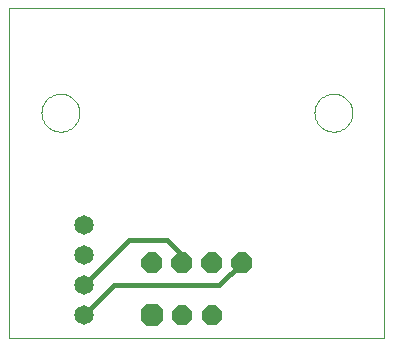
<source format=gbl>
G75*
G70*
%OFA0B0*%
%FSLAX24Y24*%
%IPPOS*%
%LPD*%
%AMOC8*
5,1,8,0,0,1.08239X$1,22.5*
%
%ADD10C,0.0000*%
%ADD11OC8,0.0700*%
%ADD12OC8,0.0660*%
%ADD13C,0.0650*%
%ADD14OC8,0.0760*%
%ADD15C,0.0160*%
D10*
X000100Y000100D02*
X000100Y011100D01*
X012600Y011100D01*
X012600Y000100D01*
X000100Y000100D01*
X001170Y007600D02*
X001172Y007650D01*
X001178Y007700D01*
X001188Y007749D01*
X001202Y007797D01*
X001219Y007844D01*
X001240Y007889D01*
X001265Y007933D01*
X001293Y007974D01*
X001325Y008013D01*
X001359Y008050D01*
X001396Y008084D01*
X001436Y008114D01*
X001478Y008141D01*
X001522Y008165D01*
X001568Y008186D01*
X001615Y008202D01*
X001663Y008215D01*
X001713Y008224D01*
X001762Y008229D01*
X001813Y008230D01*
X001863Y008227D01*
X001912Y008220D01*
X001961Y008209D01*
X002009Y008194D01*
X002055Y008176D01*
X002100Y008154D01*
X002143Y008128D01*
X002184Y008099D01*
X002223Y008067D01*
X002259Y008032D01*
X002291Y007994D01*
X002321Y007954D01*
X002348Y007911D01*
X002371Y007867D01*
X002390Y007821D01*
X002406Y007773D01*
X002418Y007724D01*
X002426Y007675D01*
X002430Y007625D01*
X002430Y007575D01*
X002426Y007525D01*
X002418Y007476D01*
X002406Y007427D01*
X002390Y007379D01*
X002371Y007333D01*
X002348Y007289D01*
X002321Y007246D01*
X002291Y007206D01*
X002259Y007168D01*
X002223Y007133D01*
X002184Y007101D01*
X002143Y007072D01*
X002100Y007046D01*
X002055Y007024D01*
X002009Y007006D01*
X001961Y006991D01*
X001912Y006980D01*
X001863Y006973D01*
X001813Y006970D01*
X001762Y006971D01*
X001713Y006976D01*
X001663Y006985D01*
X001615Y006998D01*
X001568Y007014D01*
X001522Y007035D01*
X001478Y007059D01*
X001436Y007086D01*
X001396Y007116D01*
X001359Y007150D01*
X001325Y007187D01*
X001293Y007226D01*
X001265Y007267D01*
X001240Y007311D01*
X001219Y007356D01*
X001202Y007403D01*
X001188Y007451D01*
X001178Y007500D01*
X001172Y007550D01*
X001170Y007600D01*
X010270Y007600D02*
X010272Y007650D01*
X010278Y007700D01*
X010288Y007749D01*
X010302Y007797D01*
X010319Y007844D01*
X010340Y007889D01*
X010365Y007933D01*
X010393Y007974D01*
X010425Y008013D01*
X010459Y008050D01*
X010496Y008084D01*
X010536Y008114D01*
X010578Y008141D01*
X010622Y008165D01*
X010668Y008186D01*
X010715Y008202D01*
X010763Y008215D01*
X010813Y008224D01*
X010862Y008229D01*
X010913Y008230D01*
X010963Y008227D01*
X011012Y008220D01*
X011061Y008209D01*
X011109Y008194D01*
X011155Y008176D01*
X011200Y008154D01*
X011243Y008128D01*
X011284Y008099D01*
X011323Y008067D01*
X011359Y008032D01*
X011391Y007994D01*
X011421Y007954D01*
X011448Y007911D01*
X011471Y007867D01*
X011490Y007821D01*
X011506Y007773D01*
X011518Y007724D01*
X011526Y007675D01*
X011530Y007625D01*
X011530Y007575D01*
X011526Y007525D01*
X011518Y007476D01*
X011506Y007427D01*
X011490Y007379D01*
X011471Y007333D01*
X011448Y007289D01*
X011421Y007246D01*
X011391Y007206D01*
X011359Y007168D01*
X011323Y007133D01*
X011284Y007101D01*
X011243Y007072D01*
X011200Y007046D01*
X011155Y007024D01*
X011109Y007006D01*
X011061Y006991D01*
X011012Y006980D01*
X010963Y006973D01*
X010913Y006970D01*
X010862Y006971D01*
X010813Y006976D01*
X010763Y006985D01*
X010715Y006998D01*
X010668Y007014D01*
X010622Y007035D01*
X010578Y007059D01*
X010536Y007086D01*
X010496Y007116D01*
X010459Y007150D01*
X010425Y007187D01*
X010393Y007226D01*
X010365Y007267D01*
X010340Y007311D01*
X010319Y007356D01*
X010302Y007403D01*
X010288Y007451D01*
X010278Y007500D01*
X010272Y007550D01*
X010270Y007600D01*
D11*
X007850Y002600D03*
X006850Y002600D03*
X005850Y002600D03*
X004850Y002600D03*
D12*
X005850Y000850D03*
X006850Y000850D03*
D13*
X002600Y000850D03*
X002600Y001850D03*
X002600Y002850D03*
X002600Y003850D03*
D14*
X004850Y000850D03*
D15*
X003600Y001850D02*
X007100Y001850D01*
X007850Y002600D01*
X005850Y002600D02*
X005850Y002850D01*
X005350Y003350D01*
X004100Y003350D01*
X002600Y001850D01*
X002600Y000850D02*
X003600Y001850D01*
M02*

</source>
